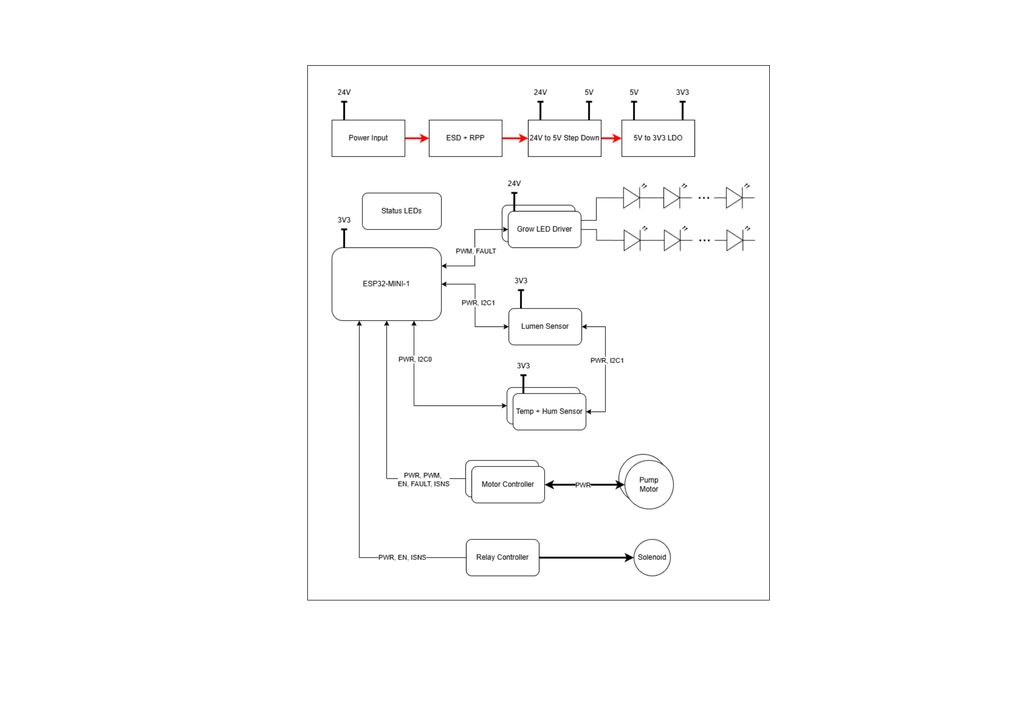
<source format=kicad_sch>
(kicad_sch (version 20231120) (generator "eeschema") (generator_version "8.0")
  (paper "A4")
  (title_block (title "${SHEETNAME}") (date "2024-11-22") (rev "1.0.0") (company "Demeter") (comment 1 "Akshat Doctor"))
  (lib_symbols)
  (image (at 156.21 96.52) (scale 2.08171))
)
</source>
